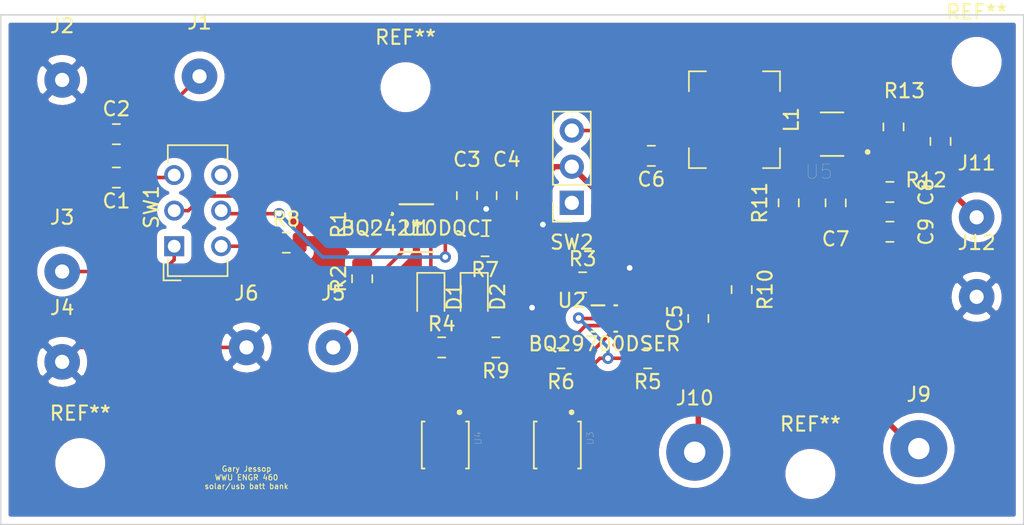
<source format=kicad_pcb>
(kicad_pcb (version 20171130) (host pcbnew "(5.1.5)-3")
  (layers (0 F.Cu signal) (31 B.Cu signal) (34 B.Paste user hide) (35 F.Paste user) (36 B.SilkS user hide) (37 F.SilkS user) (38 B.Mask user hide) (39 F.Mask user hide) (44 Edge.Cuts user))
  (net 0 "")
  (net 1 GND)
  (net 2 "Net-(C1-Pad1)")
  (net 3 "Net-(C3-Pad1)")
  (net 4 "Net-(C5-Pad1)")
  (net 5 "Net-(C5-Pad2)")
  (net 6 "Net-(C6-Pad1)")
  (net 7 "Net-(C8-Pad1)")
  (net 8 "Net-(D1-Pad1)")
  (net 9 "Net-(D1-Pad2)")
  (net 10 "Net-(D2-Pad2)")
  (net 11 "Net-(D2-Pad1)")
  (net 12 "Net-(J3-Pad1)")
  (net 13 "Net-(J5-Pad1)")
  (net 14 "Net-(L1-Pad2)")
  (net 15 "Net-(R1-Pad2)")
  (net 16 "Net-(R2-Pad2)")
  (net 17 "Net-(R3-Pad1)")
  (net 18 "Net-(R5-Pad2)")
  (net 19 "Net-(R6-Pad2)")
  (net 20 "Net-(R7-Pad2)")
  (net 21 "Net-(R8-Pad1)")
  (net 22 "Net-(R12-Pad2)")
  (net 23 "Net-(SW1-Pad2)")
  (net 24 "Net-(SW1-Pad5)")
  (net 25 "Net-(SW1-Pad6)")
  (net 26 "Net-(SW2-Pad1)")
  (net 27 "Net-(U2-Pad1)")
  (net 28 "Net-(U3-Pad5)")
  (module MountingHole:MountingHole_2.5mm (layer F.Cu) (at 123.444 93.98)
    (fp_text reference REF** (at 0 -3.5) (layer F.SilkS))
    (fp_text value MountingHole_2.5mm)
    (pad 1 np_thru_hole circle (at 0 0) (size 2.5 2.5) (drill 2.5) (layers *.Cu *.Mask))
  )
  (module MountingHole:MountingHole_2.5mm (layer F.Cu) (at 135.128 65.024)
    (fp_text reference REF** (at 0 -3.5) (layer F.SilkS))
    (fp_text value MountingHole_2.5mm)
    (pad 1 np_thru_hole circle (at 0 0) (size 2.5 2.5) (drill 2.5) (layers *.Cu *.Mask))
  )
  (module MountingHole:MountingHole_2.5mm (layer F.Cu) (at 94.996 66.802)
    (fp_text reference REF** (at 0 -3.5) (layer F.SilkS))
    (fp_text value MountingHole_2.5mm)
    (pad 1 np_thru_hole circle (at 0 0) (size 2.5 2.5) (drill 2.5) (layers *.Cu *.Mask))
  )
  (module MountingHole:MountingHole_2.5mm (layer F.Cu) (at 72.136 93.218)
    (fp_text reference REF** (at 0 -3.5) (layer F.SilkS))
    (fp_text value MountingHole_2.5mm)
    (pad 1 np_thru_hole circle (at 0 0) (size 2.5 2.5) (drill 2.5) (layers *.Cu *.Mask))
  )
  (module Capacitor_SMD:C_0805_2012Metric (layer F.Cu) (at 74.676 73.152 180)
    (fp_text reference C1 (at 0 -1.65) (layer F.SilkS))
    (fp_text value 10uf)
    (fp_line (start -0.258578 0.71) (end 0.258578 0.71) (layer F.SilkS) (width 0.12))
    (fp_line (start -0.258578 -0.71) (end 0.258578 -0.71) (layer F.SilkS) (width 0.12))
    (pad 2 smd roundrect (at 0.9375 0 180) (size 0.975 1.4) (layers F.Cu F.Paste F.Mask) (net 1 GND))
    (pad 1 smd roundrect (at -0.9375 0 180) (size 0.975 1.4) (layers F.Cu F.Paste F.Mask) (net 2 "Net-(C1-Pad1)"))
  )
  (module Capacitor_SMD:C_0805_2012Metric (layer F.Cu) (at 74.676 70.104 180)
    (fp_text reference C2 (at 0 1.778) (layer F.SilkS))
    (fp_text value .1uf)
    (fp_line (start -0.258578 -0.71) (end 0.258578 -0.71) (layer F.SilkS) (width 0.12))
    (fp_line (start -0.258578 0.71) (end 0.258578 0.71) (layer F.SilkS) (width 0.12))
    (pad 1 smd roundrect (at -0.9375 0 180) (size 0.975 1.4) (layers F.Cu F.Paste F.Mask) (net 2 "Net-(C1-Pad1)"))
    (pad 2 smd roundrect (at 0.9375 0 180) (size 0.975 1.4) (layers F.Cu F.Paste F.Mask) (net 1 GND))
  )
  (module Capacitor_SMD:C_0805_2012Metric (layer F.Cu) (at 99.314 74.422 270)
    (fp_text reference C3 (at -2.54 0 180) (layer F.SilkS))
    (fp_text value 10uf)
    (fp_line (start -0.258578 0.71) (end 0.258578 0.71) (layer F.SilkS) (width 0.12))
    (fp_line (start -0.258578 -0.71) (end 0.258578 -0.71) (layer F.SilkS) (width 0.12))
    (pad 2 smd roundrect (at 0.9375 0 270) (size 0.975 1.4) (layers F.Cu F.Paste F.Mask) (net 1 GND))
    (pad 1 smd roundrect (at -0.9375 0 270) (size 0.975 1.4) (layers F.Cu F.Paste F.Mask) (net 3 "Net-(C3-Pad1)"))
  )
  (module Capacitor_SMD:C_0805_2012Metric (layer F.Cu) (at 102.108 74.422 270)
    (fp_text reference C4 (at -2.54 0 180) (layer F.SilkS))
    (fp_text value .1uf)
    (fp_line (start -0.258578 -0.71) (end 0.258578 -0.71) (layer F.SilkS) (width 0.12))
    (fp_line (start -0.258578 0.71) (end 0.258578 0.71) (layer F.SilkS) (width 0.12))
    (pad 1 smd roundrect (at -0.9375 0 270) (size 0.975 1.4) (layers F.Cu F.Paste F.Mask) (net 3 "Net-(C3-Pad1)"))
    (pad 2 smd roundrect (at 0.9375 0 270) (size 0.975 1.4) (layers F.Cu F.Paste F.Mask) (net 1 GND))
  )
  (module Capacitor_SMD:C_0805_2012Metric (layer F.Cu) (at 115.57 83.058 90)
    (fp_text reference C5 (at 0 -1.65 90) (layer F.SilkS))
    (fp_text value .1u)
    (fp_line (start -0.258578 -0.71) (end 0.258578 -0.71) (layer F.SilkS) (width 0.12))
    (fp_line (start -0.258578 0.71) (end 0.258578 0.71) (layer F.SilkS) (width 0.12))
    (pad 1 smd roundrect (at -0.9375 0 90) (size 0.975 1.4) (layers F.Cu F.Paste F.Mask) (net 4 "Net-(C5-Pad1)"))
    (pad 2 smd roundrect (at 0.9375 0 90) (size 0.975 1.4) (layers F.Cu F.Paste F.Mask) (net 5 "Net-(C5-Pad2)"))
  )
  (module Capacitor_SMD:C_0805_2012Metric (layer F.Cu) (at 112.268 71.628 180)
    (fp_text reference C6 (at 0 -1.65) (layer F.SilkS))
    (fp_text value 22u)
    (fp_line (start -0.258578 0.71) (end 0.258578 0.71) (layer F.SilkS) (width 0.12))
    (fp_line (start -0.258578 -0.71) (end 0.258578 -0.71) (layer F.SilkS) (width 0.12))
    (pad 2 smd roundrect (at 0.9375 0 180) (size 0.975 1.4) (layers F.Cu F.Paste F.Mask) (net 1 GND))
    (pad 1 smd roundrect (at -0.9375 0 180) (size 0.975 1.4) (layers F.Cu F.Paste F.Mask) (net 6 "Net-(C6-Pad1)"))
  )
  (module Capacitor_SMD:C_0805_2012Metric (layer F.Cu) (at 125.222 74.93 90)
    (fp_text reference C7 (at -2.54 0 180) (layer F.SilkS))
    (fp_text value 1u)
    (fp_line (start -0.258578 -0.71) (end 0.258578 -0.71) (layer F.SilkS) (width 0.12))
    (fp_line (start -0.258578 0.71) (end 0.258578 0.71) (layer F.SilkS) (width 0.12))
    (pad 1 smd roundrect (at -0.9375 0 90) (size 0.975 1.4) (layers F.Cu F.Paste F.Mask) (net 1 GND))
    (pad 2 smd roundrect (at 0.9375 0 90) (size 0.975 1.4) (layers F.Cu F.Paste F.Mask) (net 6 "Net-(C6-Pad1)"))
  )
  (module Capacitor_SMD:C_0805_2012Metric (layer F.Cu) (at 129.032 74.168)
    (fp_text reference C8 (at 2.54 0 90) (layer F.SilkS))
    (fp_text value 22u)
    (fp_line (start -0.258578 0.71) (end 0.258578 0.71) (layer F.SilkS) (width 0.12))
    (fp_line (start -0.258578 -0.71) (end 0.258578 -0.71) (layer F.SilkS) (width 0.12))
    (pad 2 smd roundrect (at 0.9375 0) (size 0.975 1.4) (layers F.Cu F.Paste F.Mask) (net 1 GND))
    (pad 1 smd roundrect (at -0.9375 0) (size 0.975 1.4) (layers F.Cu F.Paste F.Mask) (net 7 "Net-(C8-Pad1)"))
  )
  (module Capacitor_SMD:C_0805_2012Metric (layer F.Cu) (at 129.032 76.962)
    (fp_text reference C9 (at 2.54 0 90) (layer F.SilkS))
    (fp_text value 22u)
    (fp_line (start -0.258578 -0.71) (end 0.258578 -0.71) (layer F.SilkS) (width 0.12))
    (fp_line (start -0.258578 0.71) (end 0.258578 0.71) (layer F.SilkS) (width 0.12))
    (pad 1 smd roundrect (at -0.9375 0) (size 0.975 1.4) (layers F.Cu F.Paste F.Mask) (net 7 "Net-(C8-Pad1)"))
    (pad 2 smd roundrect (at 0.9375 0) (size 0.975 1.4) (layers F.Cu F.Paste F.Mask) (net 1 GND))
  )
  (module LED_SMD:LED_0805_2012Metric (layer F.Cu) (at 96.774 81.534 270)
    (fp_text reference D1 (at 0 -1.65 90) (layer F.SilkS))
    (fp_text value LED)
    (fp_line (start 1 -0.96) (end -1.685 -0.96) (layer F.SilkS) (width 0.12))
    (fp_line (start -1.685 -0.96) (end -1.685 0.96) (layer F.SilkS) (width 0.12))
    (fp_line (start -1.685 0.96) (end 1 0.96) (layer F.SilkS) (width 0.12))
    (pad 1 smd roundrect (at -0.9375 0 270) (size 0.975 1.4) (layers F.Cu F.Paste F.Mask) (net 8 "Net-(D1-Pad1)"))
    (pad 2 smd roundrect (at 0.9375 0 270) (size 0.975 1.4) (layers F.Cu F.Paste F.Mask) (net 9 "Net-(D1-Pad2)"))
  )
  (module LED_SMD:LED_0805_2012Metric (layer F.Cu) (at 99.822 81.534 270)
    (fp_text reference D2 (at 0 -1.65 90) (layer F.SilkS))
    (fp_text value LED)
    (fp_line (start -1.685 0.96) (end 1 0.96) (layer F.SilkS) (width 0.12))
    (fp_line (start -1.685 -0.96) (end -1.685 0.96) (layer F.SilkS) (width 0.12))
    (fp_line (start 1 -0.96) (end -1.685 -0.96) (layer F.SilkS) (width 0.12))
    (pad 2 smd roundrect (at 0.9375 0 270) (size 0.975 1.4) (layers F.Cu F.Paste F.Mask) (net 10 "Net-(D2-Pad2)"))
    (pad 1 smd roundrect (at -0.9375 0 270) (size 0.975 1.4) (layers F.Cu F.Paste F.Mask) (net 11 "Net-(D2-Pad1)"))
  )
  (module Inductor_SMD:L_Bourns-SRN6028 (layer F.Cu) (at 118.11 69.088 90)
    (fp_text reference L1 (at 0 4 90) (layer F.SilkS))
    (fp_text value L)
    (fp_line (start -3.4 -3.2) (end -3.4 -2) (layer F.SilkS) (width 0.12))
    (fp_line (start -3.4 -3.2) (end -2 -3.2) (layer F.SilkS) (width 0.12))
    (fp_line (start 3.4 -3.2) (end 2 -3.2) (layer F.SilkS) (width 0.12))
    (fp_line (start 3.4 -3.2) (end 3.4 -2) (layer F.SilkS) (width 0.12))
    (fp_line (start 3.4 3.2) (end 3.4 2) (layer F.SilkS) (width 0.12))
    (fp_line (start -3.4 3.2) (end -3.4 2) (layer F.SilkS) (width 0.12))
    (fp_line (start 3.4 3.2) (end 2 3.2) (layer F.SilkS) (width 0.12))
    (fp_line (start -3.4 3.2) (end -2 3.2) (layer F.SilkS) (width 0.12))
    (pad 1 smd rect (at -2.35 0 90) (size 1.6 5.7) (layers F.Cu F.Paste F.Mask) (net 6 "Net-(C6-Pad1)"))
    (pad 2 smd rect (at 2.35 0 90) (size 1.6 5.7) (layers F.Cu F.Paste F.Mask) (net 14 "Net-(L1-Pad2)"))
  )
  (module Resistor_SMD:R_0805_2012Metric (layer F.Cu) (at 91.948 76.454 90)
    (fp_text reference R1 (at 0 -1.65 90) (layer F.SilkS))
    (fp_text value 500)
    (fp_line (start -0.258578 -0.71) (end 0.258578 -0.71) (layer F.SilkS) (width 0.12))
    (fp_line (start -0.258578 0.71) (end 0.258578 0.71) (layer F.SilkS) (width 0.12))
    (pad 1 smd roundrect (at -0.9375 0 90) (size 0.975 1.4) (layers F.Cu F.Paste F.Mask) (net 1 GND))
    (pad 2 smd roundrect (at 0.9375 0 90) (size 0.975 1.4) (layers F.Cu F.Paste F.Mask) (net 15 "Net-(R1-Pad2)"))
  )
  (module Resistor_SMD:R_0805_2012Metric (layer F.Cu) (at 91.948 80.264 90)
    (fp_text reference R2 (at 0 -1.65 90) (layer F.SilkS))
    (fp_text value 21.5k)
    (fp_line (start -0.258578 0.71) (end 0.258578 0.71) (layer F.SilkS) (width 0.12))
    (fp_line (start -0.258578 -0.71) (end 0.258578 -0.71) (layer F.SilkS) (width 0.12))
    (pad 2 smd roundrect (at 0.9375 0 90) (size 0.975 1.4) (layers F.Cu F.Paste F.Mask) (net 16 "Net-(R2-Pad2)"))
    (pad 1 smd roundrect (at -0.9375 0 90) (size 0.975 1.4) (layers F.Cu F.Paste F.Mask) (net 13 "Net-(J5-Pad1)"))
  )
  (module Resistor_SMD:R_0805_2012Metric (layer F.Cu) (at 107.442 80.518)
    (fp_text reference R3 (at 0 -1.65) (layer F.SilkS))
    (fp_text value 2.2k)
    (fp_line (start -0.258578 0.71) (end 0.258578 0.71) (layer F.SilkS) (width 0.12))
    (fp_line (start -0.258578 -0.71) (end 0.258578 -0.71) (layer F.SilkS) (width 0.12))
    (pad 2 smd roundrect (at 0.9375 0) (size 0.975 1.4) (layers F.Cu F.Paste F.Mask) (net 1 GND))
    (pad 1 smd roundrect (at -0.9375 0) (size 0.975 1.4) (layers F.Cu F.Paste F.Mask) (net 17 "Net-(R3-Pad1)"))
  )
  (module Resistor_SMD:R_0805_2012Metric (layer F.Cu) (at 97.536 85.09)
    (fp_text reference R4 (at 0 -1.65) (layer F.SilkS))
    (fp_text value 1.5k)
    (fp_line (start -0.258578 -0.71) (end 0.258578 -0.71) (layer F.SilkS) (width 0.12))
    (fp_line (start -0.258578 0.71) (end 0.258578 0.71) (layer F.SilkS) (width 0.12))
    (pad 1 smd roundrect (at -0.9375 0) (size 0.975 1.4) (layers F.Cu F.Paste F.Mask) (net 9 "Net-(D1-Pad2)"))
    (pad 2 smd roundrect (at 0.9375 0) (size 0.975 1.4) (layers F.Cu F.Paste F.Mask) (net 3 "Net-(C3-Pad1)"))
  )
  (module Resistor_SMD:R_0805_2012Metric (layer F.Cu) (at 112.014 85.852 180)
    (fp_text reference R5 (at 0 -1.65) (layer F.SilkS))
    (fp_text value 5.1M)
    (fp_line (start -0.258578 0.71) (end 0.258578 0.71) (layer F.SilkS) (width 0.12))
    (fp_line (start -0.258578 -0.71) (end 0.258578 -0.71) (layer F.SilkS) (width 0.12))
    (pad 2 smd roundrect (at 0.9375 0 180) (size 0.975 1.4) (layers F.Cu F.Paste F.Mask) (net 18 "Net-(R5-Pad2)"))
    (pad 1 smd roundrect (at -0.9375 0 180) (size 0.975 1.4) (layers F.Cu F.Paste F.Mask) (net 1 GND))
  )
  (module Resistor_SMD:R_0805_2012Metric (layer F.Cu) (at 105.918 85.852 180)
    (fp_text reference R6 (at 0 -1.65) (layer F.SilkS))
    (fp_text value 5.1M)
    (fp_line (start -0.258578 -0.71) (end 0.258578 -0.71) (layer F.SilkS) (width 0.12))
    (fp_line (start -0.258578 0.71) (end 0.258578 0.71) (layer F.SilkS) (width 0.12))
    (pad 1 smd roundrect (at -0.9375 0 180) (size 0.975 1.4) (layers F.Cu F.Paste F.Mask) (net 4 "Net-(C5-Pad1)"))
    (pad 2 smd roundrect (at 0.9375 0 180) (size 0.975 1.4) (layers F.Cu F.Paste F.Mask) (net 19 "Net-(R6-Pad2)"))
  )
  (module Resistor_SMD:R_0805_2012Metric (layer F.Cu) (at 100.584 77.978 180)
    (fp_text reference R7 (at 0 -1.65) (layer F.SilkS))
    (fp_text value 7.32k)
    (fp_line (start -0.258578 -0.71) (end 0.258578 -0.71) (layer F.SilkS) (width 0.12))
    (fp_line (start -0.258578 0.71) (end 0.258578 0.71) (layer F.SilkS) (width 0.12))
    (pad 1 smd roundrect (at -0.9375 0 180) (size 0.975 1.4) (layers F.Cu F.Paste F.Mask) (net 1 GND))
    (pad 2 smd roundrect (at 0.9375 0 180) (size 0.975 1.4) (layers F.Cu F.Paste F.Mask) (net 20 "Net-(R7-Pad2)"))
  )
  (module Resistor_SMD:R_0805_2012Metric (layer F.Cu) (at 86.614 77.724)
    (fp_text reference R8 (at 0 -1.65) (layer F.SilkS))
    (fp_text value 7.32k)
    (fp_line (start -0.258578 0.71) (end 0.258578 0.71) (layer F.SilkS) (width 0.12))
    (fp_line (start -0.258578 -0.71) (end 0.258578 -0.71) (layer F.SilkS) (width 0.12))
    (pad 2 smd roundrect (at 0.9375 0) (size 0.975 1.4) (layers F.Cu F.Paste F.Mask) (net 1 GND))
    (pad 1 smd roundrect (at -0.9375 0) (size 0.975 1.4) (layers F.Cu F.Paste F.Mask) (net 21 "Net-(R8-Pad1)"))
  )
  (module Resistor_SMD:R_0805_2012Metric (layer F.Cu) (at 101.346 85.09 180)
    (fp_text reference R9 (at 0 -1.65) (layer F.SilkS))
    (fp_text value 1.5k)
    (fp_line (start -0.258578 0.71) (end 0.258578 0.71) (layer F.SilkS) (width 0.12))
    (fp_line (start -0.258578 -0.71) (end 0.258578 -0.71) (layer F.SilkS) (width 0.12))
    (pad 2 smd roundrect (at 0.9375 0 180) (size 0.975 1.4) (layers F.Cu F.Paste F.Mask) (net 3 "Net-(C3-Pad1)"))
    (pad 1 smd roundrect (at -0.9375 0 180) (size 0.975 1.4) (layers F.Cu F.Paste F.Mask) (net 10 "Net-(D2-Pad2)"))
  )
  (module Resistor_SMD:R_0805_2012Metric (layer F.Cu) (at 118.618 81.026 270)
    (fp_text reference R10 (at 0 -1.65 90) (layer F.SilkS))
    (fp_text value 330)
    (fp_line (start -0.258578 -0.71) (end 0.258578 -0.71) (layer F.SilkS) (width 0.12))
    (fp_line (start -0.258578 0.71) (end 0.258578 0.71) (layer F.SilkS) (width 0.12))
    (pad 1 smd roundrect (at -0.9375 0 270) (size 0.975 1.4) (layers F.Cu F.Paste F.Mask) (net 3 "Net-(C3-Pad1)"))
    (pad 2 smd roundrect (at 0.9375 0 270) (size 0.975 1.4) (layers F.Cu F.Paste F.Mask) (net 5 "Net-(C5-Pad2)"))
  )
  (module Resistor_SMD:R_0805_2012Metric (layer F.Cu) (at 121.92 74.93 270)
    (fp_text reference R11 (at 0 2.032 90) (layer F.SilkS))
    (fp_text value 100k)
    (fp_line (start -0.258578 0.71) (end 0.258578 0.71) (layer F.SilkS) (width 0.12))
    (fp_line (start -0.258578 -0.71) (end 0.258578 -0.71) (layer F.SilkS) (width 0.12))
    (pad 2 smd roundrect (at 0.9375 0 270) (size 0.975 1.4) (layers F.Cu F.Paste F.Mask) (net 1 GND))
    (pad 1 smd roundrect (at -0.9375 0 270) (size 0.975 1.4) (layers F.Cu F.Paste F.Mask) (net 6 "Net-(C6-Pad1)"))
  )
  (module Resistor_SMD:R_0805_2012Metric (layer F.Cu) (at 132.588 70.612 90)
    (fp_text reference R12 (at -2.7155 -1.016) (layer F.SilkS))
    (fp_text value 1.8Meg)
    (fp_line (start -0.258578 -0.71) (end 0.258578 -0.71) (layer F.SilkS) (width 0.12))
    (fp_line (start -0.258578 0.71) (end 0.258578 0.71) (layer F.SilkS) (width 0.12))
    (pad 1 smd roundrect (at -0.9375 0 90) (size 0.975 1.4) (layers F.Cu F.Paste F.Mask) (net 7 "Net-(C8-Pad1)"))
    (pad 2 smd roundrect (at 0.9375 0 90) (size 0.975 1.4) (layers F.Cu F.Paste F.Mask) (net 22 "Net-(R12-Pad2)"))
  )
  (module Resistor_SMD:R_0805_2012Metric (layer F.Cu) (at 129.286 69.596 90)
    (fp_text reference R13 (at 2.54 0.762 180) (layer F.SilkS))
    (fp_text value 200k)
    (fp_line (start -0.258578 -0.71) (end 0.258578 -0.71) (layer F.SilkS) (width 0.12))
    (fp_line (start -0.258578 0.71) (end 0.258578 0.71) (layer F.SilkS) (width 0.12))
    (pad 1 smd roundrect (at -0.9375 0 90) (size 0.975 1.4) (layers F.Cu F.Paste F.Mask) (net 22 "Net-(R12-Pad2)"))
    (pad 2 smd roundrect (at 0.9375 0 90) (size 0.975 1.4) (layers F.Cu F.Paste F.Mask) (net 1 GND))
  )
  (module Button_Switch_THT:SW_CuK_JS202011CQN_DPDT_Straight (layer F.Cu) (at 78.74 77.978 90)
    (fp_text reference SW1 (at 2.75 -1.6 90) (layer F.SilkS))
    (fp_text value SW_DPDT_x2)
    (fp_line (start -2.4 -0.75) (end -2.4 0.45) (layer F.SilkS) (width 0.12))
    (fp_line (start -1.2 -0.75) (end -2.4 -0.75) (layer F.SilkS) (width 0.12))
    (fp_line (start 7.1 3.75) (end 5.9 3.75) (layer F.SilkS) (width 0.12))
    (fp_line (start 7.1 -0.45) (end 7.1 3.75) (layer F.SilkS) (width 0.12))
    (fp_line (start 5.9 -0.45) (end 7.1 -0.45) (layer F.SilkS) (width 0.12))
    (fp_line (start -2.1 3.75) (end -0.9 3.75) (layer F.SilkS) (width 0.12))
    (fp_line (start -2.1 -0.45) (end -2.1 3.75) (layer F.SilkS) (width 0.12))
    (fp_line (start -0.9 -0.45) (end -2.1 -0.45) (layer F.SilkS) (width 0.12))
    (pad 1 thru_hole rect (at 0 0 90) (size 1.4 1.4) (drill 0.9) (layers *.Cu *.Mask) (net 12 "Net-(J3-Pad1)"))
    (pad 2 thru_hole circle (at 2.5 0 90) (size 1.4 1.4) (drill 0.9) (layers *.Cu *.Mask) (net 23 "Net-(SW1-Pad2)"))
    (pad 3 thru_hole circle (at 5 0 90) (size 1.4 1.4) (drill 0.9) (layers *.Cu *.Mask) (net 2 "Net-(C1-Pad1)"))
    (pad 4 thru_hole circle (at 0 3.3 90) (size 1.4 1.4) (drill 0.9) (layers *.Cu *.Mask) (net 21 "Net-(R8-Pad1)"))
    (pad 5 thru_hole circle (at 2.5 3.3 90) (size 1.4 1.4) (drill 0.9) (layers *.Cu *.Mask) (net 24 "Net-(SW1-Pad5)"))
    (pad 6 thru_hole circle (at 5 3.3 90) (size 1.4 1.4) (drill 0.9) (layers *.Cu *.Mask) (net 25 "Net-(SW1-Pad6)"))
  )
  (module Connector_PinSocket_2.54mm:PinSocket_1x03_P2.54mm_Vertical (layer F.Cu) (at 106.68 74.93 180)
    (fp_text reference SW2 (at 0 -2.77) (layer F.SilkS))
    (fp_text value SW_SPDT)
    (fp_line (start -1.33 1.27) (end 1.33 1.27) (layer F.SilkS) (width 0.12))
    (fp_line (start -1.33 1.27) (end -1.33 6.41) (layer F.SilkS) (width 0.12))
    (fp_line (start -1.33 6.41) (end 1.33 6.41) (layer F.SilkS) (width 0.12))
    (fp_line (start 1.33 1.27) (end 1.33 6.41) (layer F.SilkS) (width 0.12))
    (fp_line (start 1.33 -1.33) (end 1.33 0) (layer F.SilkS) (width 0.12))
    (fp_line (start 0 -1.33) (end 1.33 -1.33) (layer F.SilkS) (width 0.12))
    (pad 1 thru_hole rect (at 0 0 180) (size 1.7 1.7) (drill 1) (layers *.Cu *.Mask) (net 26 "Net-(SW2-Pad1)"))
    (pad 2 thru_hole oval (at 0 2.54 180) (size 1.7 1.7) (drill 1) (layers *.Cu *.Mask) (net 3 "Net-(C3-Pad1)"))
    (pad 3 thru_hole oval (at 0 5.08 180) (size 1.7 1.7) (drill 1) (layers *.Cu *.Mask) (net 6 "Net-(C6-Pad1)"))
  )
  (module ul_BQ24210dQCT:BQ24210DQCT (layer F.Cu) (at 95.758 76.708)
    (fp_text reference U1 (at 0 0) (layer F.SilkS))
    (fp_text value BQ24210DQCT (at 0 0) (layer F.SilkS))
    (fp_text user * (at 0 0) (layer F.SilkS))
    (fp_line (start -1.1811 1.6764) (end 1.1811 1.6764) (layer F.SilkS) (width 0.1524))
    (fp_line (start 1.1811 -1.6764) (end -1.1811 -1.6764) (layer F.SilkS) (width 0.1524))
    (fp_arc (start -1.7105 -1) (end -1.7105 -1.0762) (angle 208.660095) (layer F.SilkS) (width 0.1524))
    (pad 1 smd rect (at -1.0287 -1.000001) (size 0.6604 0.3048) (layers F.Cu F.Paste F.Mask) (net 23 "Net-(SW1-Pad2)"))
    (pad 2 smd rect (at -1.0287 -0.499999) (size 0.6604 0.3048) (layers F.Cu F.Paste F.Mask) (net 15 "Net-(R1-Pad2)"))
    (pad 3 smd rect (at -1.0287 0) (size 0.6604 0.3048) (layers F.Cu F.Paste F.Mask) (net 1 GND))
    (pad 4 smd rect (at -1.0287 0.499999) (size 0.6604 0.3048) (layers F.Cu F.Paste F.Mask) (net 16 "Net-(R2-Pad2)"))
    (pad 5 smd rect (at -1.0287 1.000001) (size 0.6604 0.3048) (layers F.Cu F.Paste F.Mask) (net 13 "Net-(J5-Pad1)"))
    (pad 6 smd rect (at 1.0287 1.000001) (size 0.6604 0.3048) (layers F.Cu F.Paste F.Mask) (net 8 "Net-(D1-Pad1)"))
    (pad 7 smd rect (at 1.0287 0.499999) (size 0.6604 0.3048) (layers F.Cu F.Paste F.Mask) (net 24 "Net-(SW1-Pad5)"))
    (pad 8 smd rect (at 1.0287 0) (size 0.6604 0.3048) (layers F.Cu F.Paste F.Mask) (net 11 "Net-(D2-Pad1)"))
    (pad 9 smd rect (at 1.0287 -0.499999) (size 0.6604 0.3048) (layers F.Cu F.Paste F.Mask) (net 20 "Net-(R7-Pad2)"))
    (pad 10 smd rect (at 1.0287 -1.000001) (size 0.6604 0.3048) (layers F.Cu F.Paste F.Mask) (net 3 "Net-(C3-Pad1)"))
    (pad 11 smd rect (at 0 0) (size 0.9398 2.5146) (layers F.Cu F.Paste F.Mask) (net 1 GND))
  )
  (module ul_BQ29700DSER:BQ29700DSER (layer F.Cu) (at 108.966 83.058)
    (fp_text reference U2 (at -2.286 -1.27) (layer F.SilkS))
    (fp_text value BQ29700DSER (at 0 1.778) (layer F.SilkS))
    (fp_line (start -0.900001 -0.924999) (end 0 -0.924999) (layer F.SilkS) (width 0.1524))
    (fp_line (start 0.700001 -0.924999) (end 0.900001 -0.924999) (layer F.SilkS) (width 0.1524))
    (fp_line (start 0.700001 0.924999) (end 0.900001 0.924999) (layer F.SilkS) (width 0.1524))
    (fp_line (start -0.900001 0.924999) (end -0.700001 0.924999) (layer F.SilkS) (width 0.1524))
    (fp_line (start -0.299999 -0.624997) (end -0.25 -0.624997) (layer F.Cu) (width 0.1524))
    (fp_line (start -0.25 -0.624997) (end -0.15 -0.524998) (layer F.Cu) (width 0.1524))
    (fp_line (start -0.15 -0.524998) (end -0.15 -0.375001) (layer F.Cu) (width 0.1524))
    (fp_line (start -0.15 -0.375001) (end -0.299999 -0.375001) (layer F.Cu) (width 0.1524))
    (fp_line (start -0.299999 -0.375001) (end -0.299999 -0.624997) (layer F.Cu) (width 0.1524))
    (pad 1 smd rect (at -0.620001 -0.499999) (size 0.660001 0.249999) (layers F.Cu F.Paste F.Mask) (net 27 "Net-(U2-Pad1)"))
    (pad 2 smd rect (at -0.599999 0) (size 0.700001 0.249999) (layers F.Cu F.Paste F.Mask) (net 18 "Net-(R5-Pad2)"))
    (pad 3 smd rect (at -0.599999 0.499999) (size 0.700001 0.249999) (layers F.Cu F.Paste F.Mask) (net 19 "Net-(R6-Pad2)"))
    (pad 4 smd rect (at 0.599999 0.499999) (size 0.700001 0.249999) (layers F.Cu F.Paste F.Mask) (net 4 "Net-(C5-Pad1)"))
    (pad 5 smd rect (at 0.599999 0) (size 0.700001 0.249999) (layers F.Cu F.Paste F.Mask) (net 5 "Net-(C5-Pad2)"))
    (pad 6 smd rect (at 0.599999 -0.499999) (size 0.700001 0.249999) (layers F.Cu F.Paste F.Mask) (net 17 "Net-(R3-Pad1)"))
  )
  (module RT4812GJ8F:SOT65P279X100-8N (layer F.Cu) (at 124.968 70.104 180)
    (fp_text reference U5 (at 0.925 -2.635) (layer F.SilkS) (effects (font (thickness 0.015))))
    (fp_text value RT4812GJ8F)
    (fp_line (start -0.8 -1.5285) (end 0.8 -1.5285) (layer F.SilkS) (width 0.127))
    (fp_line (start -0.8 1.5285) (end 0.8 1.5285) (layer F.SilkS) (width 0.127))
    (fp_circle (center -2.5 -1.25) (end -2.4 -1.25) (layer F.SilkS) (width 0.2))
    (pad 1 smd rect (at -1.25 -0.975 180) (size 1.22 0.48) (layers F.Cu F.Paste F.Mask) (net 6 "Net-(C6-Pad1)"))
    (pad 2 smd rect (at -1.25 -0.325 180) (size 1.22 0.48) (layers F.Cu F.Paste F.Mask) (net 22 "Net-(R12-Pad2)"))
    (pad 3 smd rect (at -1.25 0.325 180) (size 1.22 0.48) (layers F.Cu F.Paste F.Mask) (net 7 "Net-(C8-Pad1)"))
    (pad 4 smd rect (at -1.25 0.975 180) (size 1.22 0.48) (layers F.Cu F.Paste F.Mask) (net 1 GND))
    (pad 5 smd rect (at 1.25 0.975 180) (size 1.22 0.48) (layers F.Cu F.Paste F.Mask) (net 1 GND))
    (pad 6 smd rect (at 1.25 0.325 180) (size 1.22 0.48) (layers F.Cu F.Paste F.Mask) (net 14 "Net-(L1-Pad2)"))
    (pad 7 smd rect (at 1.25 -0.325 180) (size 1.22 0.48) (layers F.Cu F.Paste F.Mask) (net 6 "Net-(C6-Pad1)"))
    (pad 8 smd rect (at 1.25 -0.975 180) (size 1.22 0.48) (layers F.Cu F.Paste F.Mask) (net 6 "Net-(C6-Pad1)"))
  )
  (module Connector_Wire:SolderWirePad_1x01_Drill1mm (layer F.Cu) (at 80.518 66.04)
    (fp_text reference J1 (at 0 -3.81) (layer F.SilkS))
    (fp_text value spanel+)
    (pad 1 thru_hole circle (at 0 0) (size 2.49936 2.49936) (drill 1.00076) (layers *.Cu *.Mask) (net 2 "Net-(C1-Pad1)"))
  )
  (module Connector_Wire:SolderWirePad_1x01_Drill1mm (layer F.Cu) (at 70.866 66.294)
    (fp_text reference J2 (at 0 -3.81) (layer F.SilkS))
    (fp_text value spanel-)
    (pad 1 thru_hole circle (at 0 0) (size 2.49936 2.49936) (drill 1.00076) (layers *.Cu *.Mask) (net 1 GND))
  )
  (module Connector_Wire:SolderWirePad_1x01_Drill1mm (layer F.Cu) (at 70.866 79.756)
    (fp_text reference J3 (at 0 -3.81) (layer F.SilkS))
    (fp_text value usbin+)
    (pad 1 thru_hole circle (at 0 0) (size 2.49936 2.49936) (drill 1.00076) (layers *.Cu *.Mask) (net 12 "Net-(J3-Pad1)"))
  )
  (module Connector_Wire:SolderWirePad_1x01_Drill1mm (layer F.Cu) (at 70.866 86.106)
    (fp_text reference J4 (at 0 -3.81) (layer F.SilkS))
    (fp_text value usbin-)
    (pad 1 thru_hole circle (at 0 0) (size 2.49936 2.49936) (drill 1.00076) (layers *.Cu *.Mask) (net 1 GND))
  )
  (module Connector_Wire:SolderWirePad_1x01_Drill1mm (layer F.Cu) (at 89.916 85.09)
    (fp_text reference J5 (at 0 -3.81) (layer F.SilkS))
    (fp_text value Therm+)
    (pad 1 thru_hole circle (at 0 0) (size 2.49936 2.49936) (drill 1.00076) (layers *.Cu *.Mask) (net 13 "Net-(J5-Pad1)"))
  )
  (module Connector_Wire:SolderWirePad_1x01_Drill1mm (layer F.Cu) (at 83.82 85.09)
    (fp_text reference J6 (at 0 -3.81) (layer F.SilkS))
    (fp_text value Therm-)
    (pad 1 thru_hole circle (at 0 0) (size 2.49936 2.49936) (drill 1.00076) (layers *.Cu *.Mask) (net 1 GND))
  )
  (module Connector_Wire:SolderWirePad_1x01_Drill1.5mm (layer F.Cu) (at 131.064 92.202)
    (fp_text reference J9 (at 0 -3.81) (layer F.SilkS))
    (fp_text value Batcon+)
    (pad 1 thru_hole circle (at 0 0) (size 4.0005 4.0005) (drill 1.50114) (layers *.Cu *.Mask) (net 3 "Net-(C3-Pad1)"))
  )
  (module Connector_Wire:SolderWirePad_1x01_Drill1.5mm (layer F.Cu) (at 115.316 92.456)
    (fp_text reference J10 (at 0 -3.81) (layer F.SilkS))
    (fp_text value Batcon-)
    (pad 1 thru_hole circle (at 0 0) (size 4.0005 4.0005) (drill 1.50114) (layers *.Cu *.Mask) (net 4 "Net-(C5-Pad1)"))
  )
  (module Connector_Wire:SolderWirePad_1x01_Drill1mm (layer F.Cu) (at 135.128 75.946)
    (fp_text reference J11 (at 0 -3.81) (layer F.SilkS))
    (fp_text value usbout+)
    (pad 1 thru_hole circle (at 0 0) (size 2.49936 2.49936) (drill 1.00076) (layers *.Cu *.Mask) (net 7 "Net-(C8-Pad1)"))
  )
  (module Connector_Wire:SolderWirePad_1x01_Drill1mm (layer F.Cu) (at 135.128 81.534)
    (fp_text reference J12 (at 0 -3.81) (layer F.SilkS))
    (fp_text value usbout-)
    (pad 1 thru_hole circle (at 0 0) (size 2.49936 2.49936) (drill 1.00076) (layers *.Cu *.Mask) (net 1 GND))
  )
  (module FETfoot:TRANS_CSD17575Q3 (layer F.Cu) (at 105.664 91.948 270)
    (fp_text reference U3 (at -0.476 -2.3048 90) (layer F.SilkS) (effects (font (size 0.48 0.48) (thickness 0.015))))
    (fp_text value CSD16406Q3)
    (fp_line (start 1.65 -1.453) (end 1.65 -1.65) (layer F.SilkS) (width 0.127))
    (fp_line (start 1.65 -1.65) (end -1.65 -1.65) (layer F.SilkS) (width 0.127))
    (fp_line (start -1.65 -1.65) (end -1.65 -1.453) (layer F.SilkS) (width 0.127))
    (fp_line (start -1.65 1.453) (end -1.65 1.65) (layer F.SilkS) (width 0.127))
    (fp_line (start -1.65 1.65) (end 1.65 1.65) (layer F.SilkS) (width 0.127))
    (fp_line (start 1.65 1.65) (end 1.65 1.453) (layer F.SilkS) (width 0.127))
    (fp_circle (center -2.3 -1) (end -2.2 -1) (layer F.SilkS) (width 0.2))
    (pad 1 smd rect (at -1.435 -0.975 270) (size 0.63 0.5) (layers F.Cu F.Mask) (net 1 GND))
    (pad 9 smd rect (at 0.39 0 270) (size 1.9 2.45) (layers F.Cu F.Mask))
    (pad 2 smd rect (at -1.435 -0.325 270) (size 0.63 0.5) (layers F.Cu F.Mask) (net 1 GND))
    (pad 3 smd rect (at -1.435 0.325 270) (size 0.63 0.5) (layers F.Cu F.Mask) (net 1 GND))
    (pad 4 smd rect (at -1.435 0.975 270) (size 0.63 0.5) (layers F.Cu F.Mask) (net 18 "Net-(R5-Pad2)"))
    (pad 5 smd rect (at 1.545 0.975 270) (size 0.41 0.5) (layers F.Cu F.Mask) (net 28 "Net-(U3-Pad5)"))
    (pad 6 smd rect (at 1.545 0.325 270) (size 0.41 0.5) (layers F.Cu F.Mask) (net 28 "Net-(U3-Pad5)"))
    (pad 7 smd rect (at 1.545 -0.325 270) (size 0.41 0.5) (layers F.Cu F.Mask) (net 28 "Net-(U3-Pad5)"))
    (pad 8 smd rect (at 1.545 -0.975 270) (size 0.41 0.5) (layers F.Cu F.Mask) (net 28 "Net-(U3-Pad5)"))
  )
  (module FETfoot:TRANS_CSD17575Q3 (layer F.Cu) (at 97.79 91.948 270)
    (fp_text reference U4 (at -0.476 -2.3048 90) (layer F.SilkS) (effects (font (size 0.48 0.48) (thickness 0.015))))
    (fp_text value CSD16406Q3)
    (fp_circle (center -2.3 -1) (end -2.2 -1) (layer F.SilkS) (width 0.2))
    (fp_line (start 1.65 1.65) (end 1.65 1.453) (layer F.SilkS) (width 0.127))
    (fp_line (start -1.65 1.65) (end 1.65 1.65) (layer F.SilkS) (width 0.127))
    (fp_line (start -1.65 1.453) (end -1.65 1.65) (layer F.SilkS) (width 0.127))
    (fp_line (start -1.65 -1.65) (end -1.65 -1.453) (layer F.SilkS) (width 0.127))
    (fp_line (start 1.65 -1.65) (end -1.65 -1.65) (layer F.SilkS) (width 0.127))
    (fp_line (start 1.65 -1.453) (end 1.65 -1.65) (layer F.SilkS) (width 0.127))
    (pad 8 smd rect (at 1.545 -0.975 270) (size 0.41 0.5) (layers F.Cu F.Mask) (net 28 "Net-(U3-Pad5)"))
    (pad 7 smd rect (at 1.545 -0.325 270) (size 0.41 0.5) (layers F.Cu F.Mask) (net 28 "Net-(U3-Pad5)"))
    (pad 6 smd rect (at 1.545 0.325 270) (size 0.41 0.5) (layers F.Cu F.Mask) (net 28 "Net-(U3-Pad5)"))
    (pad 5 smd rect (at 1.545 0.975 270) (size 0.41 0.5) (layers F.Cu F.Mask) (net 28 "Net-(U3-Pad5)"))
    (pad 4 smd rect (at -1.435 0.975 270) (size 0.63 0.5) (layers F.Cu F.Mask) (net 19 "Net-(R6-Pad2)"))
    (pad 3 smd rect (at -1.435 0.325 270) (size 0.63 0.5) (layers F.Cu F.Mask) (net 4 "Net-(C5-Pad1)"))
    (pad 2 smd rect (at -1.435 -0.325 270) (size 0.63 0.5) (layers F.Cu F.Mask) (net 4 "Net-(C5-Pad1)"))
    (pad 9 smd rect (at 0.39 0 270) (size 1.9 2.45) (layers F.Cu F.Mask))
    (pad 1 smd rect (at -1.435 -0.975 270) (size 0.63 0.5) (layers F.Cu F.Mask) (net 4 "Net-(C5-Pad1)"))
  )
  (gr_text "Gary Jessop\nWWU ENGR 460\nsolar/usb batt bank\n" (at 83.82 94.234) (layer F.SilkS) (effects (font (size 0.381 0.381) (thickness 0.0635))))
  (gr_line (start 138.43 61.722) (end 138.43 97.536) (layer Edge.Cuts) (width 0.1))
  (gr_line (start 66.548 61.722) (end 138.43 61.722) (layer Edge.Cuts) (width 0.1))
  (gr_line (start 66.548 97.536) (end 66.548 61.722) (layer Edge.Cuts) (width 0.1))
  (gr_line (start 138.43 97.536) (end 66.548 97.536) (layer Edge.Cuts) (width 0.1))
  (segment (start 97.926 92.338) (end 105.664 92.338) (width 0.25) (layer F.Cu) (net 0))
  (segment (start 97.79 92.338) (end 97.926 92.338) (width 0.25) (layer F.Cu) (net 0))
  (segment (start 97.79 92.456) (end 98.115 92.781) (width 0.25) (layer F.Cu) (net 0))
  (segment (start 97.79 92.338) (end 97.79 92.456) (width 0.25) (layer F.Cu) (net 0))
  (segment (start 100.014 75.3595) (end 100.6625 75.3595) (width 0.25) (layer F.Cu) (net 1))
  (segment (start 99.314 75.3595) (end 100.014 75.3595) (width 0.25) (layer F.Cu) (net 1))
  (segment (start 102.108 77.3915) (end 101.5215 77.978) (width 0.25) (layer F.Cu) (net 1))
  (segment (start 102.108 75.3595) (end 102.108 77.3915) (width 0.25) (layer F.Cu) (net 1))
  (segment (start 92.6315 76.708) (end 94.7293 76.708) (width 0.25) (layer F.Cu) (net 1))
  (segment (start 91.948 77.3915) (end 92.6315 76.708) (width 0.25) (layer F.Cu) (net 1))
  (segment (start 94.7293 76.708) (end 95.758 76.708) (width 0.25) (layer F.Cu) (net 1))
  (segment (start 126.218 69.129) (end 123.718 69.129) (width 0.25) (layer F.Cu) (net 1))
  (segment (start 71.882 85.09) (end 70.866 86.106) (width 0.25) (layer F.Cu) (net 1))
  (segment (start 83.82 85.09) (end 71.882 85.09) (width 0.25) (layer F.Cu) (net 1))
  (segment (start 87.5515 81.3585) (end 83.82 85.09) (width 0.25) (layer F.Cu) (net 1))
  (segment (start 87.5515 77.724) (end 87.5515 81.3585) (width 0.25) (layer F.Cu) (net 1))
  (segment (start 87.884 77.3915) (end 87.5515 77.724) (width 0.25) (layer F.Cu) (net 1))
  (segment (start 91.948 77.3915) (end 87.884 77.3915) (width 0.25) (layer F.Cu) (net 1))
  (segment (start 73.7385 69.1665) (end 70.866 66.294) (width 0.25) (layer F.Cu) (net 1))
  (segment (start 73.7385 70.104) (end 73.7385 69.1665) (width 0.25) (layer F.Cu) (net 1))
  (segment (start 73.7385 72.452) (end 73.7385 70.104) (width 0.25) (layer F.Cu) (net 1))
  (segment (start 73.7385 73.152) (end 73.7385 72.452) (width 0.25) (layer F.Cu) (net 1))
  (segment (start 73.7385 73.152) (end 69.596 73.152) (width 0.25) (layer F.Cu) (net 1))
  (segment (start 69.596 73.152) (end 67.818 74.93) (width 0.25) (layer F.Cu) (net 1))
  (segment (start 67.818 83.058) (end 70.866 86.106) (width 0.25) (layer F.Cu) (net 1))
  (segment (start 67.818 74.93) (end 67.818 83.058) (width 0.25) (layer F.Cu) (net 1))
  (segment (start 105.339 90.513) (end 105.989 90.513) (width 0.25) (layer F.Cu) (net 1))
  (segment (start 105.989 90.513) (end 106.639 90.513) (width 0.25) (layer F.Cu) (net 1))
  (segment (start 108.2905 90.513) (end 112.9515 85.852) (width 0.25) (layer F.Cu) (net 1))
  (segment (start 106.639 90.513) (end 108.2905 90.513) (width 0.25) (layer F.Cu) (net 1))
  (segment (start 100.6625 75.3595) (end 102.108 75.3595) (width 0.25) (layer F.Cu) (net 1))
  (via (at 100.6625 75.3595) (size 0.8) (drill 0.4) (layers F.Cu B.Cu) (net 1))
  (via (at 104.648 76.454) (size 0.8) (drill 0.4) (layers F.Cu B.Cu) (net 1))
  (via (at 110.744 79.502) (size 0.8) (drill 0.4) (layers F.Cu B.Cu) (net 1))
  (via (at 103.886 82.296) (size 0.8) (drill 0.4) (layers F.Cu B.Cu) (net 1))
  (segment (start 126.6885 68.6585) (end 126.218 69.129) (width 0.25) (layer F.Cu) (net 1))
  (segment (start 129.286 68.6585) (end 126.6885 68.6585) (width 0.25) (layer F.Cu) (net 1))
  (segment (start 76.454 70.104) (end 80.518 66.04) (width 0.25) (layer F.Cu) (net 2))
  (segment (start 75.6135 70.104) (end 76.454 70.104) (width 0.25) (layer F.Cu) (net 2))
  (segment (start 75.6135 72.452) (end 75.6135 70.104) (width 0.25) (layer F.Cu) (net 2))
  (segment (start 75.6135 73.152) (end 75.6135 72.452) (width 0.25) (layer F.Cu) (net 2))
  (segment (start 78.566 73.152) (end 78.74 72.978) (width 0.25) (layer F.Cu) (net 2))
  (segment (start 75.6135 73.152) (end 78.566 73.152) (width 0.25) (layer F.Cu) (net 2))
  (segment (start 100.014 73.4845) (end 102.108 73.4845) (width 0.25) (layer F.Cu) (net 3))
  (segment (start 99.314 73.4845) (end 100.014 73.4845) (width 0.25) (layer F.Cu) (net 3))
  (segment (start 98.614 73.4845) (end 99.314 73.4845) (width 0.25) (layer F.Cu) (net 3))
  (segment (start 98.607799 73.4845) (end 98.614 73.4845) (width 0.25) (layer F.Cu) (net 3))
  (segment (start 96.7867 75.305599) (end 98.607799 73.4845) (width 0.25) (layer F.Cu) (net 3))
  (segment (start 96.7867 75.707999) (end 96.7867 75.305599) (width 0.25) (layer F.Cu) (net 3))
  (segment (start 98.4735 85.09) (end 100.4085 85.09) (width 0.25) (layer F.Cu) (net 3))
  (segment (start 102.593527 73.970027) (end 102.108 73.4845) (width 0.25) (layer F.Cu) (net 3))
  (segment (start 103.13301 74.50951) (end 102.593527 73.970027) (width 0.381) (layer F.Cu) (net 3))
  (segment (start 103.13301 78.78984) (end 103.13301 74.50951) (width 0.24892) (layer F.Cu) (net 3))
  (segment (start 97.987973 84.604473) (end 97.987973 82.801177) (width 0.25) (layer F.Cu) (net 3))
  (segment (start 100.51384 81.40901) (end 103.13301 78.78984) (width 0.25) (layer F.Cu) (net 3))
  (segment (start 99.38014 81.40901) (end 100.51384 81.40901) (width 0.25) (layer F.Cu) (net 3))
  (segment (start 97.987973 82.801177) (end 99.38014 81.40901) (width 0.25) (layer F.Cu) (net 3))
  (segment (start 98.4735 85.09) (end 97.987973 84.604473) (width 0.25) (layer F.Cu) (net 3))
  (segment (start 130.7315 92.202) (end 131.064 92.202) (width 0.25) (layer F.Cu) (net 3))
  (segment (start 118.618 80.0885) (end 130.7315 92.202) (width 0.381) (layer F.Cu) (net 3))
  (segment (start 103.358409 74.50951) (end 103.13301 74.50951) (width 0.25) (layer F.Cu) (net 3))
  (segment (start 105.477919 72.39) (end 103.358409 74.50951) (width 0.381) (layer F.Cu) (net 3))
  (segment (start 106.68 72.39) (end 105.477919 72.39) (width 0.381) (layer F.Cu) (net 3))
  (segment (start 114.3785 80.0885) (end 118.618 80.0885) (width 0.381) (layer F.Cu) (net 3))
  (segment (start 106.68 72.39) (end 114.3785 80.0885) (width 0.381) (layer F.Cu) (net 3))
  (segment (start 107.646997 85.852) (end 107.343 85.852) (width 0.25) (layer F.Cu) (net 4))
  (segment (start 107.343 85.852) (end 106.8555 85.852) (width 0.25) (layer F.Cu) (net 4))
  (segment (start 109.565999 83.932998) (end 107.646997 85.852) (width 0.25) (layer F.Cu) (net 4))
  (segment (start 114.87 83.9955) (end 114.4405 83.566) (width 0.25) (layer F.Cu) (net 4))
  (segment (start 115.57 83.9955) (end 114.87 83.9955) (width 0.25) (layer F.Cu) (net 4))
  (segment (start 114.4405 83.566) (end 109.474 83.566) (width 0.25) (layer F.Cu) (net 4))
  (segment (start 109.565999 83.557999) (end 109.474 83.566) (width 0.25) (layer F.Cu) (net 4))
  (segment (start 109.474 83.566) (end 109.565999 83.932998) (width 0.25) (layer F.Cu) (net 4))
  (segment (start 115.57 92.202) (end 115.316 92.456) (width 0.25) (layer F.Cu) (net 4))
  (segment (start 115.57 83.9955) (end 115.57 92.202) (width 0.381) (layer F.Cu) (net 4))
  (segment (start 97.465 90.513) (end 98.115 90.513) (width 0.25) (layer F.Cu) (net 4))
  (segment (start 98.115 90.513) (end 98.765 90.513) (width 0.25) (layer F.Cu) (net 4))
  (segment (start 102.1945 90.513) (end 106.8555 85.852) (width 0.25) (layer F.Cu) (net 4))
  (segment (start 98.765 90.513) (end 102.1945 90.513) (width 0.25) (layer F.Cu) (net 4))
  (segment (start 118.461 82.1205) (end 118.618 81.9635) (width 0.25) (layer F.Cu) (net 5))
  (segment (start 115.57 82.1205) (end 118.461 82.1205) (width 0.381) (layer F.Cu) (net 5))
  (segment (start 110.165999 83.058) (end 111.181999 82.042) (width 0.25) (layer F.Cu) (net 5))
  (segment (start 109.565999 83.058) (end 110.165999 83.058) (width 0.25) (layer F.Cu) (net 5))
  (segment (start 111.260499 82.1205) (end 115.57 82.1205) (width 0.25) (layer F.Cu) (net 5))
  (segment (start 111.181999 82.042) (end 111.260499 82.1205) (width 0.25) (layer F.Cu) (net 5))
  (segment (start 122.62 73.9925) (end 125.222 73.9925) (width 0.25) (layer F.Cu) (net 6))
  (segment (start 121.92 73.9925) (end 122.62 73.9925) (width 0.25) (layer F.Cu) (net 6))
  (segment (start 118.11 72.488) (end 118.11 71.438) (width 0.25) (layer F.Cu) (net 6))
  (segment (start 119.6145 73.9925) (end 118.11 72.488) (width 0.25) (layer F.Cu) (net 6))
  (segment (start 121.92 73.9925) (end 119.6145 73.9925) (width 0.25) (layer F.Cu) (net 6))
  (segment (start 117.92 71.628) (end 118.11 71.438) (width 0.25) (layer F.Cu) (net 6))
  (segment (start 113.2055 71.628) (end 117.92 71.628) (width 0.25) (layer F.Cu) (net 6))
  (segment (start 123.718 70.429) (end 123.718 71.079) (width 0.25) (layer F.Cu) (net 6))
  (segment (start 126.218 71.079) (end 123.718 71.079) (width 0.25) (layer F.Cu) (net 6))
  (segment (start 123.558 71.079) (end 123.718 71.079) (width 0.25) (layer F.Cu) (net 6))
  (segment (start 123.199 71.438) (end 123.558 71.079) (width 0.25) (layer F.Cu) (net 6))
  (segment (start 118.11 71.438) (end 123.199 71.438) (width 0.25) (layer F.Cu) (net 6))
  (segment (start 111.4275 69.85) (end 113.2055 71.628) (width 0.25) (layer F.Cu) (net 6))
  (segment (start 106.68 69.85) (end 111.4275 69.85) (width 0.25) (layer F.Cu) (net 6))
  (segment (start 128.0945 74.868) (end 128.0945 76.962) (width 0.25) (layer F.Cu) (net 7))
  (segment (start 128.0945 74.168) (end 128.0945 74.868) (width 0.25) (layer F.Cu) (net 7))
  (segment (start 132.588 73.406) (end 135.128 75.946) (width 0.381) (layer F.Cu) (net 7))
  (segment (start 132.588 71.5495) (end 132.588 73.406) (width 0.381) (layer F.Cu) (net 7))
  (segment (start 131.888 71.5495) (end 132.588 71.5495) (width 0.25) (layer F.Cu) (net 7))
  (segment (start 130.013 71.5495) (end 131.888 71.5495) (width 0.25) (layer F.Cu) (net 7))
  (segment (start 128.0945 73.468) (end 130.013 71.5495) (width 0.25) (layer F.Cu) (net 7))
  (segment (start 128.0945 74.168) (end 128.0945 73.468) (width 0.25) (layer F.Cu) (net 7))
  (segment (start 133.073527 71.063973) (end 132.588 71.5495) (width 0.25) (layer F.Cu) (net 7))
  (segment (start 131.28714 69.47101) (end 131.89616 68.86199) (width 0.25) (layer F.Cu) (net 7))
  (segment (start 133.27984 68.86199) (end 133.61301 69.19516) (width 0.25) (layer F.Cu) (net 7))
  (segment (start 131.89616 68.86199) (end 133.27984 68.86199) (width 0.25) (layer F.Cu) (net 7))
  (segment (start 128.84414 69.47101) (end 131.28714 69.47101) (width 0.25) (layer F.Cu) (net 7))
  (segment (start 133.61301 69.19516) (end 133.61301 70.52449) (width 0.25) (layer F.Cu) (net 7))
  (segment (start 128.53615 69.779) (end 128.84414 69.47101) (width 0.25) (layer F.Cu) (net 7))
  (segment (start 133.61301 70.52449) (end 133.073527 71.063973) (width 0.25) (layer F.Cu) (net 7))
  (segment (start 126.218 69.779) (end 128.53615 69.779) (width 0.25) (layer F.Cu) (net 7))
  (segment (start 96.774 77.720701) (end 96.7867 77.708001) (width 0.25) (layer F.Cu) (net 8))
  (segment (start 96.774 80.5965) (end 96.774 77.720701) (width 0.25) (layer F.Cu) (net 8))
  (segment (start 96.5985 82.647) (end 96.774 82.4715) (width 0.25) (layer F.Cu) (net 9))
  (segment (start 96.5985 85.09) (end 96.5985 82.647) (width 0.25) (layer F.Cu) (net 9))
  (segment (start 99.822 82.6285) (end 99.822 82.4715) (width 0.25) (layer F.Cu) (net 10))
  (segment (start 102.2835 85.09) (end 99.822 82.6285) (width 0.25) (layer F.Cu) (net 10))
  (segment (start 98.806 79.5805) (end 99.822 80.5965) (width 0.25) (layer F.Cu) (net 11))
  (segment (start 98.806 77.216) (end 98.806 79.5805) (width 0.25) (layer F.Cu) (net 11))
  (segment (start 96.7867 76.708) (end 98.298 76.708) (width 0.25) (layer F.Cu) (net 11))
  (segment (start 98.298 76.708) (end 98.806 77.216) (width 0.25) (layer F.Cu) (net 11))
  (segment (start 78.74 78.928) (end 78.74 77.978) (width 0.25) (layer F.Cu) (net 12))
  (segment (start 77.912 79.756) (end 78.74 78.928) (width 0.25) (layer F.Cu) (net 12))
  (segment (start 70.866 79.756) (end 77.912 79.756) (width 0.25) (layer F.Cu) (net 12))
  (segment (start 94.7293 78.4202) (end 91.948 81.2015) (width 0.25) (layer F.Cu) (net 13))
  (segment (start 94.7293 77.708001) (end 94.7293 78.4202) (width 0.25) (layer F.Cu) (net 13))
  (segment (start 91.948 83.058) (end 89.916 85.09) (width 0.25) (layer F.Cu) (net 13))
  (segment (start 91.948 81.2015) (end 91.948 83.058) (width 0.25) (layer F.Cu) (net 13))
  (segment (start 122.858 69.779) (end 123.718 69.779) (width 0.25) (layer F.Cu) (net 14))
  (segment (start 118.11 67.788) (end 120.101 69.779) (width 0.25) (layer F.Cu) (net 14))
  (segment (start 120.101 69.779) (end 122.858 69.779) (width 0.25) (layer F.Cu) (net 14))
  (segment (start 118.11 66.738) (end 118.11 67.788) (width 0.25) (layer F.Cu) (net 14))
  (segment (start 93.339501 76.208001) (end 94.1491 76.208001) (width 0.25) (layer F.Cu) (net 15))
  (segment (start 92.648 75.5165) (end 93.339501 76.208001) (width 0.25) (layer F.Cu) (net 15))
  (segment (start 94.1491 76.208001) (end 94.7293 76.208001) (width 0.25) (layer F.Cu) (net 15))
  (segment (start 91.948 75.5165) (end 92.648 75.5165) (width 0.25) (layer F.Cu) (net 15))
  (segment (start 94.066501 77.207999) (end 94.7293 77.207999) (width 0.25) (layer F.Cu) (net 16))
  (segment (start 91.948 79.3265) (end 94.066501 77.207999) (width 0.25) (layer F.Cu) (net 16))
  (segment (start 109.565999 82.183002) (end 109.565999 82.558001) (width 0.25) (layer F.Cu) (net 17))
  (segment (start 109.41479 82.031793) (end 109.565999 82.183002) (width 0.25) (layer F.Cu) (net 17))
  (segment (start 108.018293 82.031793) (end 109.41479 82.031793) (width 0.25) (layer F.Cu) (net 17))
  (segment (start 106.5045 80.518) (end 108.018293 82.031793) (width 0.25) (layer F.Cu) (net 17))
  (segment (start 108.366001 83.058) (end 107.188 83.058) (width 0.25) (layer F.Cu) (net 18))
  (via (at 107.155937 83.022932) (size 0.8) (drill 0.4) (layers F.Cu B.Cu) (net 18))
  (segment (start 107.188 83.058) (end 107.188 83.054995) (width 0.25) (layer F.Cu) (net 18))
  (segment (start 107.188 83.054995) (end 107.155937 83.022932) (width 0.25) (layer F.Cu) (net 18))
  (segment (start 107.155937 83.022932) (end 109.22 85.086995) (width 0.25) (layer B.Cu) (net 18))
  (segment (start 109.22 85.086995) (end 109.22 85.852) (width 0.25) (layer B.Cu) (net 18))
  (via (at 109.22 85.852) (size 0.8) (drill 0.4) (layers F.Cu B.Cu) (net 18))
  (segment (start 109.22 85.852) (end 111.0765 85.852) (width 0.25) (layer F.Cu) (net 18))
  (segment (start 108.654315 85.852) (end 109.22 85.852) (width 0.25) (layer F.Cu) (net 18))
  (segment (start 104.689 89.817315) (end 108.654315 85.852) (width 0.25) (layer F.Cu) (net 18))
  (segment (start 104.689 90.513) (end 104.689 89.817315) (width 0.25) (layer F.Cu) (net 18))
  (segment (start 107.766001 83.557999) (end 108.366001 83.557999) (width 0.25) (layer F.Cu) (net 19))
  (segment (start 107.645151 83.557999) (end 107.766001 83.557999) (width 0.25) (layer F.Cu) (net 19))
  (segment (start 105.35115 85.852) (end 107.645151 83.557999) (width 0.25) (layer F.Cu) (net 19))
  (segment (start 104.9805 85.852) (end 105.35115 85.852) (width 0.25) (layer F.Cu) (net 19))
  (segment (start 104.493 85.852) (end 103.477 86.868) (width 0.25) (layer F.Cu) (net 19))
  (segment (start 104.9805 85.852) (end 104.493 85.852) (width 0.25) (layer F.Cu) (net 19))
  (segment (start 103.477 86.868) (end 98.806 86.868) (width 0.25) (layer F.Cu) (net 19))
  (segment (start 96.815 88.859) (end 96.815 90.513) (width 0.25) (layer F.Cu) (net 19))
  (segment (start 98.806 86.868) (end 96.815 88.859) (width 0.25) (layer F.Cu) (net 19))
  (segment (start 99.6465 77.278) (end 99.6465 77.978) (width 0.25) (layer F.Cu) (net 20))
  (segment (start 98.560001 76.208001) (end 99.568 77.216) (width 0.25) (layer F.Cu) (net 20))
  (segment (start 99.5845 77.216) (end 99.6465 77.278) (width 0.25) (layer F.Cu) (net 20))
  (segment (start 99.568 77.216) (end 99.5845 77.216) (width 0.25) (layer F.Cu) (net 20))
  (segment (start 96.7867 76.208001) (end 98.560001 76.208001) (width 0.25) (layer F.Cu) (net 20))
  (segment (start 85.4225 77.978) (end 85.6765 77.724) (width 0.25) (layer F.Cu) (net 21))
  (segment (start 82.04 77.978) (end 85.4225 77.978) (width 0.25) (layer F.Cu) (net 21))
  (segment (start 128.4815 70.429) (end 127.078 70.429) (width 0.25) (layer F.Cu) (net 22))
  (segment (start 127.078 70.429) (end 126.218 70.429) (width 0.25) (layer F.Cu) (net 22))
  (segment (start 128.586 70.5335) (end 128.4815 70.429) (width 0.25) (layer F.Cu) (net 22))
  (segment (start 129.286 70.5335) (end 128.586 70.5335) (width 0.25) (layer F.Cu) (net 22))
  (segment (start 131.729 70.5335) (end 132.588 69.6745) (width 0.25) (layer F.Cu) (net 22))
  (segment (start 129.286 70.5335) (end 131.729 70.5335) (width 0.25) (layer F.Cu) (net 22))
  (segment (start 80.75495 74.452999) (end 93.8767 74.452999) (width 0.25) (layer F.Cu) (net 23))
  (segment (start 79.729949 75.478) (end 80.75495 74.452999) (width 0.25) (layer F.Cu) (net 23))
  (segment (start 94.7293 75.305599) (end 94.7293 75.707999) (width 0.25) (layer F.Cu) (net 23))
  (segment (start 93.8767 74.452999) (end 94.7293 75.305599) (width 0.25) (layer F.Cu) (net 23))
  (segment (start 78.74 75.478) (end 79.729949 75.478) (width 0.25) (layer F.Cu) (net 23))
  (segment (start 97.3669 77.207999) (end 97.79 77.631099) (width 0.25) (layer F.Cu) (net 24))
  (segment (start 96.7867 77.207999) (end 97.3669 77.207999) (width 0.25) (layer F.Cu) (net 24))
  (segment (start 97.79 77.631099) (end 97.79 78.74) (width 0.25) (layer F.Cu) (net 24))
  (via (at 97.79 78.74) (size 0.8) (drill 0.4) (layers F.Cu B.Cu) (net 24))
  (segment (start 97.79 78.74) (end 89.154 78.74) (width 0.25) (layer B.Cu) (net 24))
  (segment (start 89.154 78.74) (end 86.106 75.692) (width 0.25) (layer B.Cu) (net 24))
  (via (at 86.106 75.692) (size 0.8) (drill 0.4) (layers F.Cu B.Cu) (net 24))
  (segment (start 82.254 75.692) (end 82.04 75.478) (width 0.25) (layer F.Cu) (net 24))
  (segment (start 86.106 75.692) (end 82.254 75.692) (width 0.25) (layer F.Cu) (net 24))
  (zone (net 1) (net_name GND) (layer F.Cu) (connect_pads (clearance 0.508)) (min_thickness 0.254) (fill yes (arc_segments 32) (thermal_gap 0.508) (thermal_bridge_width 0.508))
    (polygon (pts (xy 138.43 97.536) (xy 66.548 97.536) (xy 66.548 61.722) (xy 138.43 61.722)))
  )
  (zone (net 1) (net_name GND) (layer B.Cu) (connect_pads (clearance 0.508)) (min_thickness 0.254) (fill yes (arc_segments 32) (thermal_gap 0.508) (thermal_bridge_width 0.508))
    (polygon (pts (xy 138.43 97.536) (xy 66.548 97.536) (xy 66.548 61.722) (xy 138.43 61.722)))
  )
)
</source>
